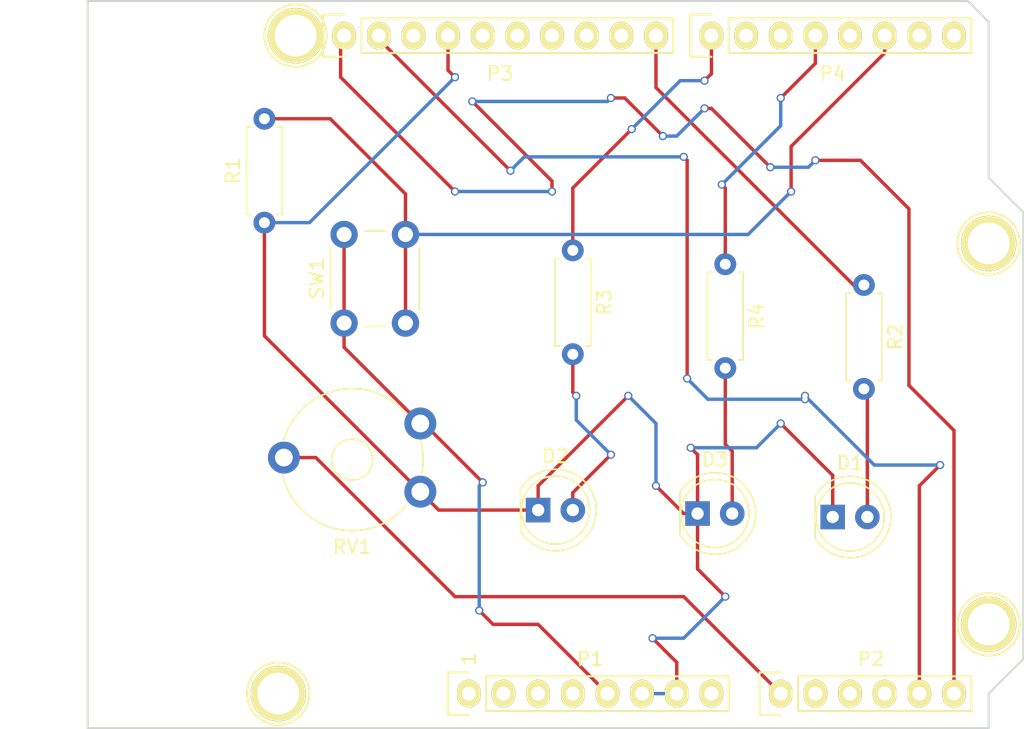
<source format=kicad_pcb>
(kicad_pcb (version 4) (host pcbnew 4.0.7)

  (general
    (links 22)
    (no_connects 0)
    (area 104.572999 71.542 182.071334 127.694)
    (thickness 1.6)
    (drawings 27)
    (tracks 140)
    (zones 0)
    (modules 17)
    (nets 36)
  )

  (page A4)
  (title_block
    (date "lun. 30 mars 2015")
  )

  (layers
    (0 F.Cu signal)
    (31 B.Cu signal)
    (32 B.Adhes user)
    (33 F.Adhes user)
    (34 B.Paste user)
    (35 F.Paste user)
    (36 B.SilkS user)
    (37 F.SilkS user)
    (38 B.Mask user)
    (39 F.Mask user)
    (40 Dwgs.User user)
    (41 Cmts.User user)
    (42 Eco1.User user)
    (43 Eco2.User user)
    (44 Edge.Cuts user)
    (45 Margin user)
    (46 B.CrtYd user)
    (47 F.CrtYd user)
    (48 B.Fab user)
    (49 F.Fab user)
  )

  (setup
    (last_trace_width 0.25)
    (trace_clearance 0.2)
    (zone_clearance 0.508)
    (zone_45_only no)
    (trace_min 0.2)
    (segment_width 0.15)
    (edge_width 0.15)
    (via_size 0.6)
    (via_drill 0.4)
    (via_min_size 0.4)
    (via_min_drill 0.3)
    (uvia_size 0.3)
    (uvia_drill 0.1)
    (uvias_allowed no)
    (uvia_min_size 0.2)
    (uvia_min_drill 0.1)
    (pcb_text_width 0.3)
    (pcb_text_size 1.5 1.5)
    (mod_edge_width 0.15)
    (mod_text_size 1 1)
    (mod_text_width 0.15)
    (pad_size 4.064 4.064)
    (pad_drill 3.048)
    (pad_to_mask_clearance 0)
    (aux_axis_origin 110.998 126.365)
    (grid_origin 110.998 126.365)
    (visible_elements 7FFFFFFF)
    (pcbplotparams
      (layerselection 0x00030_80000001)
      (usegerberextensions false)
      (excludeedgelayer true)
      (linewidth 0.100000)
      (plotframeref false)
      (viasonmask false)
      (mode 1)
      (useauxorigin false)
      (hpglpennumber 1)
      (hpglpenspeed 20)
      (hpglpendiameter 15)
      (hpglpenoverlay 2)
      (psnegative false)
      (psa4output false)
      (plotreference true)
      (plotvalue true)
      (plotinvisibletext false)
      (padsonsilk false)
      (subtractmaskfromsilk false)
      (outputformat 1)
      (mirror false)
      (drillshape 1)
      (scaleselection 1)
      (outputdirectory ""))
  )

  (net 0 "")
  (net 1 /IOREF)
  (net 2 /Reset)
  (net 3 +5V)
  (net 4 GND)
  (net 5 /Vin)
  (net 6 /A0)
  (net 7 /A1)
  (net 8 /A2)
  (net 9 /A3)
  (net 10 /AREF)
  (net 11 "/A4(SDA)")
  (net 12 "/A5(SCL)")
  (net 13 "/9(**)")
  (net 14 /8)
  (net 15 /7)
  (net 16 "/6(**)")
  (net 17 "/5(**)")
  (net 18 /4)
  (net 19 "/3(**)")
  (net 20 /2)
  (net 21 "/1(Tx)")
  (net 22 "/0(Rx)")
  (net 23 "Net-(P5-Pad1)")
  (net 24 "Net-(P6-Pad1)")
  (net 25 "Net-(P7-Pad1)")
  (net 26 "Net-(P8-Pad1)")
  (net 27 "/13(SCK)")
  (net 28 "/10(**/SS)")
  (net 29 "Net-(P1-Pad1)")
  (net 30 +3V3)
  (net 31 "/12(MISO)")
  (net 32 "/11(**/MOSI)")
  (net 33 "Net-(D1-Pad2)")
  (net 34 "Net-(D2-Pad2)")
  (net 35 "Net-(D3-Pad2)")

  (net_class Default "This is the default net class."
    (clearance 0.2)
    (trace_width 0.25)
    (via_dia 0.6)
    (via_drill 0.4)
    (uvia_dia 0.3)
    (uvia_drill 0.1)
    (add_net +3V3)
    (add_net +5V)
    (add_net "/0(Rx)")
    (add_net "/1(Tx)")
    (add_net "/10(**/SS)")
    (add_net "/11(**/MOSI)")
    (add_net "/12(MISO)")
    (add_net "/13(SCK)")
    (add_net /2)
    (add_net "/3(**)")
    (add_net /4)
    (add_net "/5(**)")
    (add_net "/6(**)")
    (add_net /7)
    (add_net /8)
    (add_net "/9(**)")
    (add_net /A0)
    (add_net /A1)
    (add_net /A2)
    (add_net /A3)
    (add_net "/A4(SDA)")
    (add_net "/A5(SCL)")
    (add_net /AREF)
    (add_net /IOREF)
    (add_net /Reset)
    (add_net /Vin)
    (add_net GND)
    (add_net "Net-(D1-Pad2)")
    (add_net "Net-(D2-Pad2)")
    (add_net "Net-(D3-Pad2)")
    (add_net "Net-(P1-Pad1)")
    (add_net "Net-(P5-Pad1)")
    (add_net "Net-(P6-Pad1)")
    (add_net "Net-(P7-Pad1)")
    (add_net "Net-(P8-Pad1)")
  )

  (module Socket_Arduino_Uno:Socket_Strip_Arduino_1x08 locked (layer F.Cu) (tedit 552168D2) (tstamp 551AF9EA)
    (at 138.938 123.825)
    (descr "Through hole socket strip")
    (tags "socket strip")
    (path /56D70129)
    (fp_text reference P1 (at 8.89 -2.54) (layer F.SilkS)
      (effects (font (size 1 1) (thickness 0.15)))
    )
    (fp_text value Power (at 8.89 -4.064) (layer F.Fab)
      (effects (font (size 1 1) (thickness 0.15)))
    )
    (fp_line (start -1.75 -1.75) (end -1.75 1.75) (layer F.CrtYd) (width 0.05))
    (fp_line (start 19.55 -1.75) (end 19.55 1.75) (layer F.CrtYd) (width 0.05))
    (fp_line (start -1.75 -1.75) (end 19.55 -1.75) (layer F.CrtYd) (width 0.05))
    (fp_line (start -1.75 1.75) (end 19.55 1.75) (layer F.CrtYd) (width 0.05))
    (fp_line (start 1.27 1.27) (end 19.05 1.27) (layer F.SilkS) (width 0.15))
    (fp_line (start 19.05 1.27) (end 19.05 -1.27) (layer F.SilkS) (width 0.15))
    (fp_line (start 19.05 -1.27) (end 1.27 -1.27) (layer F.SilkS) (width 0.15))
    (fp_line (start -1.55 1.55) (end 0 1.55) (layer F.SilkS) (width 0.15))
    (fp_line (start 1.27 1.27) (end 1.27 -1.27) (layer F.SilkS) (width 0.15))
    (fp_line (start 0 -1.55) (end -1.55 -1.55) (layer F.SilkS) (width 0.15))
    (fp_line (start -1.55 -1.55) (end -1.55 1.55) (layer F.SilkS) (width 0.15))
    (pad 1 thru_hole oval (at 0 0) (size 1.7272 2.032) (drill 1.016) (layers *.Cu *.Mask F.SilkS)
      (net 29 "Net-(P1-Pad1)"))
    (pad 2 thru_hole oval (at 2.54 0) (size 1.7272 2.032) (drill 1.016) (layers *.Cu *.Mask F.SilkS)
      (net 1 /IOREF))
    (pad 3 thru_hole oval (at 5.08 0) (size 1.7272 2.032) (drill 1.016) (layers *.Cu *.Mask F.SilkS)
      (net 2 /Reset))
    (pad 4 thru_hole oval (at 7.62 0) (size 1.7272 2.032) (drill 1.016) (layers *.Cu *.Mask F.SilkS)
      (net 30 +3V3))
    (pad 5 thru_hole oval (at 10.16 0) (size 1.7272 2.032) (drill 1.016) (layers *.Cu *.Mask F.SilkS)
      (net 3 +5V))
    (pad 6 thru_hole oval (at 12.7 0) (size 1.7272 2.032) (drill 1.016) (layers *.Cu *.Mask F.SilkS)
      (net 4 GND))
    (pad 7 thru_hole oval (at 15.24 0) (size 1.7272 2.032) (drill 1.016) (layers *.Cu *.Mask F.SilkS)
      (net 4 GND))
    (pad 8 thru_hole oval (at 17.78 0) (size 1.7272 2.032) (drill 1.016) (layers *.Cu *.Mask F.SilkS)
      (net 5 /Vin))
    (model ${KIPRJMOD}/Socket_Arduino_Uno.3dshapes/Socket_header_Arduino_1x08.wrl
      (at (xyz 0.35 0 0))
      (scale (xyz 1 1 1))
      (rotate (xyz 0 0 180))
    )
  )

  (module Socket_Arduino_Uno:Socket_Strip_Arduino_1x06 locked (layer F.Cu) (tedit 552168D6) (tstamp 551AF9FF)
    (at 161.798 123.825)
    (descr "Through hole socket strip")
    (tags "socket strip")
    (path /56D70DD8)
    (fp_text reference P2 (at 6.604 -2.54) (layer F.SilkS)
      (effects (font (size 1 1) (thickness 0.15)))
    )
    (fp_text value Analog (at 6.604 -4.064) (layer F.Fab)
      (effects (font (size 1 1) (thickness 0.15)))
    )
    (fp_line (start -1.75 -1.75) (end -1.75 1.75) (layer F.CrtYd) (width 0.05))
    (fp_line (start 14.45 -1.75) (end 14.45 1.75) (layer F.CrtYd) (width 0.05))
    (fp_line (start -1.75 -1.75) (end 14.45 -1.75) (layer F.CrtYd) (width 0.05))
    (fp_line (start -1.75 1.75) (end 14.45 1.75) (layer F.CrtYd) (width 0.05))
    (fp_line (start 1.27 1.27) (end 13.97 1.27) (layer F.SilkS) (width 0.15))
    (fp_line (start 13.97 1.27) (end 13.97 -1.27) (layer F.SilkS) (width 0.15))
    (fp_line (start 13.97 -1.27) (end 1.27 -1.27) (layer F.SilkS) (width 0.15))
    (fp_line (start -1.55 1.55) (end 0 1.55) (layer F.SilkS) (width 0.15))
    (fp_line (start 1.27 1.27) (end 1.27 -1.27) (layer F.SilkS) (width 0.15))
    (fp_line (start 0 -1.55) (end -1.55 -1.55) (layer F.SilkS) (width 0.15))
    (fp_line (start -1.55 -1.55) (end -1.55 1.55) (layer F.SilkS) (width 0.15))
    (pad 1 thru_hole oval (at 0 0) (size 1.7272 2.032) (drill 1.016) (layers *.Cu *.Mask F.SilkS)
      (net 6 /A0))
    (pad 2 thru_hole oval (at 2.54 0) (size 1.7272 2.032) (drill 1.016) (layers *.Cu *.Mask F.SilkS)
      (net 7 /A1))
    (pad 3 thru_hole oval (at 5.08 0) (size 1.7272 2.032) (drill 1.016) (layers *.Cu *.Mask F.SilkS)
      (net 8 /A2))
    (pad 4 thru_hole oval (at 7.62 0) (size 1.7272 2.032) (drill 1.016) (layers *.Cu *.Mask F.SilkS)
      (net 9 /A3))
    (pad 5 thru_hole oval (at 10.16 0) (size 1.7272 2.032) (drill 1.016) (layers *.Cu *.Mask F.SilkS)
      (net 11 "/A4(SDA)"))
    (pad 6 thru_hole oval (at 12.7 0) (size 1.7272 2.032) (drill 1.016) (layers *.Cu *.Mask F.SilkS)
      (net 12 "/A5(SCL)"))
    (model ${KIPRJMOD}/Socket_Arduino_Uno.3dshapes/Socket_header_Arduino_1x06.wrl
      (at (xyz 0.25 0 0))
      (scale (xyz 1 1 1))
      (rotate (xyz 0 0 180))
    )
  )

  (module Socket_Arduino_Uno:Socket_Strip_Arduino_1x10 locked (layer F.Cu) (tedit 552168BF) (tstamp 551AFA18)
    (at 129.794 75.565)
    (descr "Through hole socket strip")
    (tags "socket strip")
    (path /56D721E0)
    (fp_text reference P3 (at 11.43 2.794) (layer F.SilkS)
      (effects (font (size 1 1) (thickness 0.15)))
    )
    (fp_text value Digital (at 11.43 4.318) (layer F.Fab)
      (effects (font (size 1 1) (thickness 0.15)))
    )
    (fp_line (start -1.75 -1.75) (end -1.75 1.75) (layer F.CrtYd) (width 0.05))
    (fp_line (start 24.65 -1.75) (end 24.65 1.75) (layer F.CrtYd) (width 0.05))
    (fp_line (start -1.75 -1.75) (end 24.65 -1.75) (layer F.CrtYd) (width 0.05))
    (fp_line (start -1.75 1.75) (end 24.65 1.75) (layer F.CrtYd) (width 0.05))
    (fp_line (start 1.27 1.27) (end 24.13 1.27) (layer F.SilkS) (width 0.15))
    (fp_line (start 24.13 1.27) (end 24.13 -1.27) (layer F.SilkS) (width 0.15))
    (fp_line (start 24.13 -1.27) (end 1.27 -1.27) (layer F.SilkS) (width 0.15))
    (fp_line (start -1.55 1.55) (end 0 1.55) (layer F.SilkS) (width 0.15))
    (fp_line (start 1.27 1.27) (end 1.27 -1.27) (layer F.SilkS) (width 0.15))
    (fp_line (start 0 -1.55) (end -1.55 -1.55) (layer F.SilkS) (width 0.15))
    (fp_line (start -1.55 -1.55) (end -1.55 1.55) (layer F.SilkS) (width 0.15))
    (pad 1 thru_hole oval (at 0 0) (size 1.7272 2.032) (drill 1.016) (layers *.Cu *.Mask F.SilkS)
      (net 12 "/A5(SCL)"))
    (pad 2 thru_hole oval (at 2.54 0) (size 1.7272 2.032) (drill 1.016) (layers *.Cu *.Mask F.SilkS)
      (net 11 "/A4(SDA)"))
    (pad 3 thru_hole oval (at 5.08 0) (size 1.7272 2.032) (drill 1.016) (layers *.Cu *.Mask F.SilkS)
      (net 10 /AREF))
    (pad 4 thru_hole oval (at 7.62 0) (size 1.7272 2.032) (drill 1.016) (layers *.Cu *.Mask F.SilkS)
      (net 4 GND))
    (pad 5 thru_hole oval (at 10.16 0) (size 1.7272 2.032) (drill 1.016) (layers *.Cu *.Mask F.SilkS)
      (net 27 "/13(SCK)"))
    (pad 6 thru_hole oval (at 12.7 0) (size 1.7272 2.032) (drill 1.016) (layers *.Cu *.Mask F.SilkS)
      (net 31 "/12(MISO)"))
    (pad 7 thru_hole oval (at 15.24 0) (size 1.7272 2.032) (drill 1.016) (layers *.Cu *.Mask F.SilkS)
      (net 32 "/11(**/MOSI)"))
    (pad 8 thru_hole oval (at 17.78 0) (size 1.7272 2.032) (drill 1.016) (layers *.Cu *.Mask F.SilkS)
      (net 28 "/10(**/SS)"))
    (pad 9 thru_hole oval (at 20.32 0) (size 1.7272 2.032) (drill 1.016) (layers *.Cu *.Mask F.SilkS)
      (net 13 "/9(**)"))
    (pad 10 thru_hole oval (at 22.86 0) (size 1.7272 2.032) (drill 1.016) (layers *.Cu *.Mask F.SilkS)
      (net 14 /8))
    (model ${KIPRJMOD}/Socket_Arduino_Uno.3dshapes/Socket_header_Arduino_1x10.wrl
      (at (xyz 0.45 0 0))
      (scale (xyz 1 1 1))
      (rotate (xyz 0 0 180))
    )
  )

  (module Socket_Arduino_Uno:Socket_Strip_Arduino_1x08 locked (layer F.Cu) (tedit 552168C7) (tstamp 551AFA2F)
    (at 156.718 75.565)
    (descr "Through hole socket strip")
    (tags "socket strip")
    (path /56D7164F)
    (fp_text reference P4 (at 8.89 2.794) (layer F.SilkS)
      (effects (font (size 1 1) (thickness 0.15)))
    )
    (fp_text value Digital (at 8.89 4.318) (layer F.Fab)
      (effects (font (size 1 1) (thickness 0.15)))
    )
    (fp_line (start -1.75 -1.75) (end -1.75 1.75) (layer F.CrtYd) (width 0.05))
    (fp_line (start 19.55 -1.75) (end 19.55 1.75) (layer F.CrtYd) (width 0.05))
    (fp_line (start -1.75 -1.75) (end 19.55 -1.75) (layer F.CrtYd) (width 0.05))
    (fp_line (start -1.75 1.75) (end 19.55 1.75) (layer F.CrtYd) (width 0.05))
    (fp_line (start 1.27 1.27) (end 19.05 1.27) (layer F.SilkS) (width 0.15))
    (fp_line (start 19.05 1.27) (end 19.05 -1.27) (layer F.SilkS) (width 0.15))
    (fp_line (start 19.05 -1.27) (end 1.27 -1.27) (layer F.SilkS) (width 0.15))
    (fp_line (start -1.55 1.55) (end 0 1.55) (layer F.SilkS) (width 0.15))
    (fp_line (start 1.27 1.27) (end 1.27 -1.27) (layer F.SilkS) (width 0.15))
    (fp_line (start 0 -1.55) (end -1.55 -1.55) (layer F.SilkS) (width 0.15))
    (fp_line (start -1.55 -1.55) (end -1.55 1.55) (layer F.SilkS) (width 0.15))
    (pad 1 thru_hole oval (at 0 0) (size 1.7272 2.032) (drill 1.016) (layers *.Cu *.Mask F.SilkS)
      (net 15 /7))
    (pad 2 thru_hole oval (at 2.54 0) (size 1.7272 2.032) (drill 1.016) (layers *.Cu *.Mask F.SilkS)
      (net 16 "/6(**)"))
    (pad 3 thru_hole oval (at 5.08 0) (size 1.7272 2.032) (drill 1.016) (layers *.Cu *.Mask F.SilkS)
      (net 17 "/5(**)"))
    (pad 4 thru_hole oval (at 7.62 0) (size 1.7272 2.032) (drill 1.016) (layers *.Cu *.Mask F.SilkS)
      (net 18 /4))
    (pad 5 thru_hole oval (at 10.16 0) (size 1.7272 2.032) (drill 1.016) (layers *.Cu *.Mask F.SilkS)
      (net 19 "/3(**)"))
    (pad 6 thru_hole oval (at 12.7 0) (size 1.7272 2.032) (drill 1.016) (layers *.Cu *.Mask F.SilkS)
      (net 20 /2))
    (pad 7 thru_hole oval (at 15.24 0) (size 1.7272 2.032) (drill 1.016) (layers *.Cu *.Mask F.SilkS)
      (net 21 "/1(Tx)"))
    (pad 8 thru_hole oval (at 17.78 0) (size 1.7272 2.032) (drill 1.016) (layers *.Cu *.Mask F.SilkS)
      (net 22 "/0(Rx)"))
    (model ${KIPRJMOD}/Socket_Arduino_Uno.3dshapes/Socket_header_Arduino_1x08.wrl
      (at (xyz 0.35 0 0))
      (scale (xyz 1 1 1))
      (rotate (xyz 0 0 180))
    )
  )

  (module Socket_Arduino_Uno:Arduino_1pin locked (layer F.Cu) (tedit 5524FC39) (tstamp 5524FC3F)
    (at 124.968 123.825)
    (descr "module 1 pin (ou trou mecanique de percage)")
    (tags DEV)
    (path /56D71177)
    (fp_text reference P5 (at 0 -3.048) (layer F.SilkS) hide
      (effects (font (size 1 1) (thickness 0.15)))
    )
    (fp_text value CONN_01X01 (at 0 2.794) (layer F.Fab) hide
      (effects (font (size 1 1) (thickness 0.15)))
    )
    (fp_circle (center 0 0) (end 0 -2.286) (layer F.SilkS) (width 0.15))
    (pad 1 thru_hole circle (at 0 0) (size 4.064 4.064) (drill 3.048) (layers *.Cu *.Mask F.SilkS)
      (net 23 "Net-(P5-Pad1)"))
  )

  (module Socket_Arduino_Uno:Arduino_1pin locked (layer F.Cu) (tedit 5524FC4A) (tstamp 5524FC44)
    (at 177.038 118.745)
    (descr "module 1 pin (ou trou mecanique de percage)")
    (tags DEV)
    (path /56D71274)
    (fp_text reference P6 (at 0 -3.048) (layer F.SilkS) hide
      (effects (font (size 1 1) (thickness 0.15)))
    )
    (fp_text value CONN_01X01 (at 0 2.794) (layer F.Fab) hide
      (effects (font (size 1 1) (thickness 0.15)))
    )
    (fp_circle (center 0 0) (end 0 -2.286) (layer F.SilkS) (width 0.15))
    (pad 1 thru_hole circle (at 0 0) (size 4.064 4.064) (drill 3.048) (layers *.Cu *.Mask F.SilkS)
      (net 24 "Net-(P6-Pad1)"))
  )

  (module Socket_Arduino_Uno:Arduino_1pin locked (layer F.Cu) (tedit 5524FC2F) (tstamp 5524FC49)
    (at 126.238 75.565)
    (descr "module 1 pin (ou trou mecanique de percage)")
    (tags DEV)
    (path /56D712A8)
    (fp_text reference P7 (at 0 -3.048) (layer F.SilkS) hide
      (effects (font (size 1 1) (thickness 0.15)))
    )
    (fp_text value CONN_01X01 (at 0 2.794) (layer F.Fab) hide
      (effects (font (size 1 1) (thickness 0.15)))
    )
    (fp_circle (center 0 0) (end 0 -2.286) (layer F.SilkS) (width 0.15))
    (pad 1 thru_hole circle (at 0 0) (size 4.064 4.064) (drill 3.048) (layers *.Cu *.Mask F.SilkS)
      (net 25 "Net-(P7-Pad1)"))
  )

  (module Socket_Arduino_Uno:Arduino_1pin locked (layer F.Cu) (tedit 5524FC41) (tstamp 5524FC4E)
    (at 177.038 90.805)
    (descr "module 1 pin (ou trou mecanique de percage)")
    (tags DEV)
    (path /56D712DB)
    (fp_text reference P8 (at 0 -3.048) (layer F.SilkS) hide
      (effects (font (size 1 1) (thickness 0.15)))
    )
    (fp_text value CONN_01X01 (at 0 2.794) (layer F.Fab) hide
      (effects (font (size 1 1) (thickness 0.15)))
    )
    (fp_circle (center 0 0) (end 0 -2.286) (layer F.SilkS) (width 0.15))
    (pad 1 thru_hole circle (at 0 0) (size 4.064 4.064) (drill 3.048) (layers *.Cu *.Mask F.SilkS)
      (net 26 "Net-(P8-Pad1)"))
  )

  (module LEDs:LED_D5.0mm (layer F.Cu) (tedit 5995936A) (tstamp 5A2BD245)
    (at 165.608 110.871)
    (descr "LED, diameter 5.0mm, 2 pins, http://cdn-reichelt.de/documents/datenblatt/A500/LL-504BC2E-009.pdf")
    (tags "LED diameter 5.0mm 2 pins")
    (path /5A2BCEF3)
    (fp_text reference D1 (at 1.27 -3.96) (layer F.SilkS)
      (effects (font (size 1 1) (thickness 0.15)))
    )
    (fp_text value LED_A (at 1.27 3.96) (layer F.Fab)
      (effects (font (size 1 1) (thickness 0.15)))
    )
    (fp_arc (start 1.27 0) (end -1.23 -1.469694) (angle 299.1) (layer F.Fab) (width 0.1))
    (fp_arc (start 1.27 0) (end -1.29 -1.54483) (angle 148.9) (layer F.SilkS) (width 0.12))
    (fp_arc (start 1.27 0) (end -1.29 1.54483) (angle -148.9) (layer F.SilkS) (width 0.12))
    (fp_circle (center 1.27 0) (end 3.77 0) (layer F.Fab) (width 0.1))
    (fp_circle (center 1.27 0) (end 3.77 0) (layer F.SilkS) (width 0.12))
    (fp_line (start -1.23 -1.469694) (end -1.23 1.469694) (layer F.Fab) (width 0.1))
    (fp_line (start -1.29 -1.545) (end -1.29 1.545) (layer F.SilkS) (width 0.12))
    (fp_line (start -1.95 -3.25) (end -1.95 3.25) (layer F.CrtYd) (width 0.05))
    (fp_line (start -1.95 3.25) (end 4.5 3.25) (layer F.CrtYd) (width 0.05))
    (fp_line (start 4.5 3.25) (end 4.5 -3.25) (layer F.CrtYd) (width 0.05))
    (fp_line (start 4.5 -3.25) (end -1.95 -3.25) (layer F.CrtYd) (width 0.05))
    (fp_text user %R (at 1.25 0) (layer F.Fab)
      (effects (font (size 0.8 0.8) (thickness 0.2)))
    )
    (pad 1 thru_hole rect (at 0 0) (size 1.8 1.8) (drill 0.9) (layers *.Cu *.Mask)
      (net 4 GND))
    (pad 2 thru_hole circle (at 2.54 0) (size 1.8 1.8) (drill 0.9) (layers *.Cu *.Mask)
      (net 33 "Net-(D1-Pad2)"))
    (model ${KISYS3DMOD}/LEDs.3dshapes/LED_D5.0mm.wrl
      (at (xyz 0 0 0))
      (scale (xyz 0.393701 0.393701 0.393701))
      (rotate (xyz 0 0 0))
    )
  )

  (module LEDs:LED_D5.0mm (layer F.Cu) (tedit 5995936A) (tstamp 5A2BD24B)
    (at 144.018 110.363)
    (descr "LED, diameter 5.0mm, 2 pins, http://cdn-reichelt.de/documents/datenblatt/A500/LL-504BC2E-009.pdf")
    (tags "LED diameter 5.0mm 2 pins")
    (path /5A2BCF1C)
    (fp_text reference D2 (at 1.27 -3.96) (layer F.SilkS)
      (effects (font (size 1 1) (thickness 0.15)))
    )
    (fp_text value LED_R (at 1.27 3.96) (layer F.Fab)
      (effects (font (size 1 1) (thickness 0.15)))
    )
    (fp_arc (start 1.27 0) (end -1.23 -1.469694) (angle 299.1) (layer F.Fab) (width 0.1))
    (fp_arc (start 1.27 0) (end -1.29 -1.54483) (angle 148.9) (layer F.SilkS) (width 0.12))
    (fp_arc (start 1.27 0) (end -1.29 1.54483) (angle -148.9) (layer F.SilkS) (width 0.12))
    (fp_circle (center 1.27 0) (end 3.77 0) (layer F.Fab) (width 0.1))
    (fp_circle (center 1.27 0) (end 3.77 0) (layer F.SilkS) (width 0.12))
    (fp_line (start -1.23 -1.469694) (end -1.23 1.469694) (layer F.Fab) (width 0.1))
    (fp_line (start -1.29 -1.545) (end -1.29 1.545) (layer F.SilkS) (width 0.12))
    (fp_line (start -1.95 -3.25) (end -1.95 3.25) (layer F.CrtYd) (width 0.05))
    (fp_line (start -1.95 3.25) (end 4.5 3.25) (layer F.CrtYd) (width 0.05))
    (fp_line (start 4.5 3.25) (end 4.5 -3.25) (layer F.CrtYd) (width 0.05))
    (fp_line (start 4.5 -3.25) (end -1.95 -3.25) (layer F.CrtYd) (width 0.05))
    (fp_text user %R (at 1.25 0) (layer F.Fab)
      (effects (font (size 0.8 0.8) (thickness 0.2)))
    )
    (pad 1 thru_hole rect (at 0 0) (size 1.8 1.8) (drill 0.9) (layers *.Cu *.Mask)
      (net 4 GND))
    (pad 2 thru_hole circle (at 2.54 0) (size 1.8 1.8) (drill 0.9) (layers *.Cu *.Mask)
      (net 34 "Net-(D2-Pad2)"))
    (model ${KISYS3DMOD}/LEDs.3dshapes/LED_D5.0mm.wrl
      (at (xyz 0 0 0))
      (scale (xyz 0.393701 0.393701 0.393701))
      (rotate (xyz 0 0 0))
    )
  )

  (module LEDs:LED_D5.0mm (layer F.Cu) (tedit 5995936A) (tstamp 5A2BD251)
    (at 155.702 110.617)
    (descr "LED, diameter 5.0mm, 2 pins, http://cdn-reichelt.de/documents/datenblatt/A500/LL-504BC2E-009.pdf")
    (tags "LED diameter 5.0mm 2 pins")
    (path /5A2BCF9F)
    (fp_text reference D3 (at 1.27 -3.96) (layer F.SilkS)
      (effects (font (size 1 1) (thickness 0.15)))
    )
    (fp_text value LED_V (at 1.27 3.96) (layer F.Fab)
      (effects (font (size 1 1) (thickness 0.15)))
    )
    (fp_arc (start 1.27 0) (end -1.23 -1.469694) (angle 299.1) (layer F.Fab) (width 0.1))
    (fp_arc (start 1.27 0) (end -1.29 -1.54483) (angle 148.9) (layer F.SilkS) (width 0.12))
    (fp_arc (start 1.27 0) (end -1.29 1.54483) (angle -148.9) (layer F.SilkS) (width 0.12))
    (fp_circle (center 1.27 0) (end 3.77 0) (layer F.Fab) (width 0.1))
    (fp_circle (center 1.27 0) (end 3.77 0) (layer F.SilkS) (width 0.12))
    (fp_line (start -1.23 -1.469694) (end -1.23 1.469694) (layer F.Fab) (width 0.1))
    (fp_line (start -1.29 -1.545) (end -1.29 1.545) (layer F.SilkS) (width 0.12))
    (fp_line (start -1.95 -3.25) (end -1.95 3.25) (layer F.CrtYd) (width 0.05))
    (fp_line (start -1.95 3.25) (end 4.5 3.25) (layer F.CrtYd) (width 0.05))
    (fp_line (start 4.5 3.25) (end 4.5 -3.25) (layer F.CrtYd) (width 0.05))
    (fp_line (start 4.5 -3.25) (end -1.95 -3.25) (layer F.CrtYd) (width 0.05))
    (fp_text user %R (at 1.25 0) (layer F.Fab)
      (effects (font (size 0.8 0.8) (thickness 0.2)))
    )
    (pad 1 thru_hole rect (at 0 0) (size 1.8 1.8) (drill 0.9) (layers *.Cu *.Mask)
      (net 4 GND))
    (pad 2 thru_hole circle (at 2.54 0) (size 1.8 1.8) (drill 0.9) (layers *.Cu *.Mask)
      (net 35 "Net-(D3-Pad2)"))
    (model ${KISYS3DMOD}/LEDs.3dshapes/LED_D5.0mm.wrl
      (at (xyz 0 0 0))
      (scale (xyz 0.393701 0.393701 0.393701))
      (rotate (xyz 0 0 0))
    )
  )

  (module Resistors_THT:R_Axial_DIN0207_L6.3mm_D2.5mm_P7.62mm_Horizontal (layer F.Cu) (tedit 5874F706) (tstamp 5A2BD257)
    (at 123.952 89.281 90)
    (descr "Resistor, Axial_DIN0207 series, Axial, Horizontal, pin pitch=7.62mm, 0.25W = 1/4W, length*diameter=6.3*2.5mm^2, http://cdn-reichelt.de/documents/datenblatt/B400/1_4W%23YAG.pdf")
    (tags "Resistor Axial_DIN0207 series Axial Horizontal pin pitch 7.62mm 0.25W = 1/4W length 6.3mm diameter 2.5mm")
    (path /5A2BE502)
    (fp_text reference R1 (at 3.81 -2.31 90) (layer F.SilkS)
      (effects (font (size 1 1) (thickness 0.15)))
    )
    (fp_text value 10K (at 3.81 2.31 90) (layer F.Fab)
      (effects (font (size 1 1) (thickness 0.15)))
    )
    (fp_line (start 0.66 -1.25) (end 0.66 1.25) (layer F.Fab) (width 0.1))
    (fp_line (start 0.66 1.25) (end 6.96 1.25) (layer F.Fab) (width 0.1))
    (fp_line (start 6.96 1.25) (end 6.96 -1.25) (layer F.Fab) (width 0.1))
    (fp_line (start 6.96 -1.25) (end 0.66 -1.25) (layer F.Fab) (width 0.1))
    (fp_line (start 0 0) (end 0.66 0) (layer F.Fab) (width 0.1))
    (fp_line (start 7.62 0) (end 6.96 0) (layer F.Fab) (width 0.1))
    (fp_line (start 0.6 -0.98) (end 0.6 -1.31) (layer F.SilkS) (width 0.12))
    (fp_line (start 0.6 -1.31) (end 7.02 -1.31) (layer F.SilkS) (width 0.12))
    (fp_line (start 7.02 -1.31) (end 7.02 -0.98) (layer F.SilkS) (width 0.12))
    (fp_line (start 0.6 0.98) (end 0.6 1.31) (layer F.SilkS) (width 0.12))
    (fp_line (start 0.6 1.31) (end 7.02 1.31) (layer F.SilkS) (width 0.12))
    (fp_line (start 7.02 1.31) (end 7.02 0.98) (layer F.SilkS) (width 0.12))
    (fp_line (start -1.05 -1.6) (end -1.05 1.6) (layer F.CrtYd) (width 0.05))
    (fp_line (start -1.05 1.6) (end 8.7 1.6) (layer F.CrtYd) (width 0.05))
    (fp_line (start 8.7 1.6) (end 8.7 -1.6) (layer F.CrtYd) (width 0.05))
    (fp_line (start 8.7 -1.6) (end -1.05 -1.6) (layer F.CrtYd) (width 0.05))
    (pad 1 thru_hole circle (at 0 0 90) (size 1.6 1.6) (drill 0.8) (layers *.Cu *.Mask)
      (net 4 GND))
    (pad 2 thru_hole oval (at 7.62 0 90) (size 1.6 1.6) (drill 0.8) (layers *.Cu *.Mask)
      (net 20 /2))
    (model ${KISYS3DMOD}/Resistors_THT.3dshapes/R_Axial_DIN0207_L6.3mm_D2.5mm_P7.62mm_Horizontal.wrl
      (at (xyz 0 0 0))
      (scale (xyz 0.393701 0.393701 0.393701))
      (rotate (xyz 0 0 0))
    )
  )

  (module Resistors_THT:R_Axial_DIN0207_L6.3mm_D2.5mm_P7.62mm_Horizontal (layer F.Cu) (tedit 5874F706) (tstamp 5A2BD25D)
    (at 167.894 93.853 270)
    (descr "Resistor, Axial_DIN0207 series, Axial, Horizontal, pin pitch=7.62mm, 0.25W = 1/4W, length*diameter=6.3*2.5mm^2, http://cdn-reichelt.de/documents/datenblatt/B400/1_4W%23YAG.pdf")
    (tags "Resistor Axial_DIN0207 series Axial Horizontal pin pitch 7.62mm 0.25W = 1/4W length 6.3mm diameter 2.5mm")
    (path /5A2BCFD6)
    (fp_text reference R2 (at 3.81 -2.31 270) (layer F.SilkS)
      (effects (font (size 1 1) (thickness 0.15)))
    )
    (fp_text value 330R (at 3.81 2.31 270) (layer F.Fab)
      (effects (font (size 1 1) (thickness 0.15)))
    )
    (fp_line (start 0.66 -1.25) (end 0.66 1.25) (layer F.Fab) (width 0.1))
    (fp_line (start 0.66 1.25) (end 6.96 1.25) (layer F.Fab) (width 0.1))
    (fp_line (start 6.96 1.25) (end 6.96 -1.25) (layer F.Fab) (width 0.1))
    (fp_line (start 6.96 -1.25) (end 0.66 -1.25) (layer F.Fab) (width 0.1))
    (fp_line (start 0 0) (end 0.66 0) (layer F.Fab) (width 0.1))
    (fp_line (start 7.62 0) (end 6.96 0) (layer F.Fab) (width 0.1))
    (fp_line (start 0.6 -0.98) (end 0.6 -1.31) (layer F.SilkS) (width 0.12))
    (fp_line (start 0.6 -1.31) (end 7.02 -1.31) (layer F.SilkS) (width 0.12))
    (fp_line (start 7.02 -1.31) (end 7.02 -0.98) (layer F.SilkS) (width 0.12))
    (fp_line (start 0.6 0.98) (end 0.6 1.31) (layer F.SilkS) (width 0.12))
    (fp_line (start 0.6 1.31) (end 7.02 1.31) (layer F.SilkS) (width 0.12))
    (fp_line (start 7.02 1.31) (end 7.02 0.98) (layer F.SilkS) (width 0.12))
    (fp_line (start -1.05 -1.6) (end -1.05 1.6) (layer F.CrtYd) (width 0.05))
    (fp_line (start -1.05 1.6) (end 8.7 1.6) (layer F.CrtYd) (width 0.05))
    (fp_line (start 8.7 1.6) (end 8.7 -1.6) (layer F.CrtYd) (width 0.05))
    (fp_line (start 8.7 -1.6) (end -1.05 -1.6) (layer F.CrtYd) (width 0.05))
    (pad 1 thru_hole circle (at 0 0 270) (size 1.6 1.6) (drill 0.8) (layers *.Cu *.Mask)
      (net 14 /8))
    (pad 2 thru_hole oval (at 7.62 0 270) (size 1.6 1.6) (drill 0.8) (layers *.Cu *.Mask)
      (net 33 "Net-(D1-Pad2)"))
    (model ${KISYS3DMOD}/Resistors_THT.3dshapes/R_Axial_DIN0207_L6.3mm_D2.5mm_P7.62mm_Horizontal.wrl
      (at (xyz 0 0 0))
      (scale (xyz 0.393701 0.393701 0.393701))
      (rotate (xyz 0 0 0))
    )
  )

  (module Resistors_THT:R_Axial_DIN0207_L6.3mm_D2.5mm_P7.62mm_Horizontal (layer F.Cu) (tedit 5874F706) (tstamp 5A2BD263)
    (at 146.558 91.313 270)
    (descr "Resistor, Axial_DIN0207 series, Axial, Horizontal, pin pitch=7.62mm, 0.25W = 1/4W, length*diameter=6.3*2.5mm^2, http://cdn-reichelt.de/documents/datenblatt/B400/1_4W%23YAG.pdf")
    (tags "Resistor Axial_DIN0207 series Axial Horizontal pin pitch 7.62mm 0.25W = 1/4W length 6.3mm diameter 2.5mm")
    (path /5A2BD035)
    (fp_text reference R3 (at 3.81 -2.31 270) (layer F.SilkS)
      (effects (font (size 1 1) (thickness 0.15)))
    )
    (fp_text value 330R (at 3.81 2.31 270) (layer F.Fab)
      (effects (font (size 1 1) (thickness 0.15)))
    )
    (fp_line (start 0.66 -1.25) (end 0.66 1.25) (layer F.Fab) (width 0.1))
    (fp_line (start 0.66 1.25) (end 6.96 1.25) (layer F.Fab) (width 0.1))
    (fp_line (start 6.96 1.25) (end 6.96 -1.25) (layer F.Fab) (width 0.1))
    (fp_line (start 6.96 -1.25) (end 0.66 -1.25) (layer F.Fab) (width 0.1))
    (fp_line (start 0 0) (end 0.66 0) (layer F.Fab) (width 0.1))
    (fp_line (start 7.62 0) (end 6.96 0) (layer F.Fab) (width 0.1))
    (fp_line (start 0.6 -0.98) (end 0.6 -1.31) (layer F.SilkS) (width 0.12))
    (fp_line (start 0.6 -1.31) (end 7.02 -1.31) (layer F.SilkS) (width 0.12))
    (fp_line (start 7.02 -1.31) (end 7.02 -0.98) (layer F.SilkS) (width 0.12))
    (fp_line (start 0.6 0.98) (end 0.6 1.31) (layer F.SilkS) (width 0.12))
    (fp_line (start 0.6 1.31) (end 7.02 1.31) (layer F.SilkS) (width 0.12))
    (fp_line (start 7.02 1.31) (end 7.02 0.98) (layer F.SilkS) (width 0.12))
    (fp_line (start -1.05 -1.6) (end -1.05 1.6) (layer F.CrtYd) (width 0.05))
    (fp_line (start -1.05 1.6) (end 8.7 1.6) (layer F.CrtYd) (width 0.05))
    (fp_line (start 8.7 1.6) (end 8.7 -1.6) (layer F.CrtYd) (width 0.05))
    (fp_line (start 8.7 -1.6) (end -1.05 -1.6) (layer F.CrtYd) (width 0.05))
    (pad 1 thru_hole circle (at 0 0 270) (size 1.6 1.6) (drill 0.8) (layers *.Cu *.Mask)
      (net 15 /7))
    (pad 2 thru_hole oval (at 7.62 0 270) (size 1.6 1.6) (drill 0.8) (layers *.Cu *.Mask)
      (net 34 "Net-(D2-Pad2)"))
    (model ${KISYS3DMOD}/Resistors_THT.3dshapes/R_Axial_DIN0207_L6.3mm_D2.5mm_P7.62mm_Horizontal.wrl
      (at (xyz 0 0 0))
      (scale (xyz 0.393701 0.393701 0.393701))
      (rotate (xyz 0 0 0))
    )
  )

  (module Resistors_THT:R_Axial_DIN0207_L6.3mm_D2.5mm_P7.62mm_Horizontal (layer F.Cu) (tedit 5874F706) (tstamp 5A2BD269)
    (at 157.734 92.329 270)
    (descr "Resistor, Axial_DIN0207 series, Axial, Horizontal, pin pitch=7.62mm, 0.25W = 1/4W, length*diameter=6.3*2.5mm^2, http://cdn-reichelt.de/documents/datenblatt/B400/1_4W%23YAG.pdf")
    (tags "Resistor Axial_DIN0207 series Axial Horizontal pin pitch 7.62mm 0.25W = 1/4W length 6.3mm diameter 2.5mm")
    (path /5A2BD072)
    (fp_text reference R4 (at 3.81 -2.31 270) (layer F.SilkS)
      (effects (font (size 1 1) (thickness 0.15)))
    )
    (fp_text value 330R (at 3.81 2.31 270) (layer F.Fab)
      (effects (font (size 1 1) (thickness 0.15)))
    )
    (fp_line (start 0.66 -1.25) (end 0.66 1.25) (layer F.Fab) (width 0.1))
    (fp_line (start 0.66 1.25) (end 6.96 1.25) (layer F.Fab) (width 0.1))
    (fp_line (start 6.96 1.25) (end 6.96 -1.25) (layer F.Fab) (width 0.1))
    (fp_line (start 6.96 -1.25) (end 0.66 -1.25) (layer F.Fab) (width 0.1))
    (fp_line (start 0 0) (end 0.66 0) (layer F.Fab) (width 0.1))
    (fp_line (start 7.62 0) (end 6.96 0) (layer F.Fab) (width 0.1))
    (fp_line (start 0.6 -0.98) (end 0.6 -1.31) (layer F.SilkS) (width 0.12))
    (fp_line (start 0.6 -1.31) (end 7.02 -1.31) (layer F.SilkS) (width 0.12))
    (fp_line (start 7.02 -1.31) (end 7.02 -0.98) (layer F.SilkS) (width 0.12))
    (fp_line (start 0.6 0.98) (end 0.6 1.31) (layer F.SilkS) (width 0.12))
    (fp_line (start 0.6 1.31) (end 7.02 1.31) (layer F.SilkS) (width 0.12))
    (fp_line (start 7.02 1.31) (end 7.02 0.98) (layer F.SilkS) (width 0.12))
    (fp_line (start -1.05 -1.6) (end -1.05 1.6) (layer F.CrtYd) (width 0.05))
    (fp_line (start -1.05 1.6) (end 8.7 1.6) (layer F.CrtYd) (width 0.05))
    (fp_line (start 8.7 1.6) (end 8.7 -1.6) (layer F.CrtYd) (width 0.05))
    (fp_line (start 8.7 -1.6) (end -1.05 -1.6) (layer F.CrtYd) (width 0.05))
    (pad 1 thru_hole circle (at 0 0 270) (size 1.6 1.6) (drill 0.8) (layers *.Cu *.Mask)
      (net 18 /4))
    (pad 2 thru_hole oval (at 7.62 0 270) (size 1.6 1.6) (drill 0.8) (layers *.Cu *.Mask)
      (net 35 "Net-(D3-Pad2)"))
    (model ${KISYS3DMOD}/Resistors_THT.3dshapes/R_Axial_DIN0207_L6.3mm_D2.5mm_P7.62mm_Horizontal.wrl
      (at (xyz 0 0 0))
      (scale (xyz 0.393701 0.393701 0.393701))
      (rotate (xyz 0 0 0))
    )
  )

  (module Potentiometers:Potentiometer_Trimmer_Piher_PT-10v10_Horizontal_Px10.0mm_Py5.0mm (layer F.Cu) (tedit 58826B09) (tstamp 5A2BD270)
    (at 135.382 104.013 180)
    (descr "Potentiometer, horizontally mounted, Omeg PC16PU, Omeg PC16PU, Omeg PC16PU, Vishay/Spectrol 248GJ/249GJ Single, Vishay/Spectrol 248GJ/249GJ Single, Vishay/Spectrol 248GJ/249GJ Single, Vishay/Spectrol 248GH/249GH Single, Vishay/Spectrol 148/149 Single, Vishay/Spectrol 148/149 Single, Vishay/Spectrol 148/149 Single, Vishay/Spectrol 148A/149A Single with mounting plates, Vishay/Spectrol 148/149 Double, Vishay/Spectrol 148A/149A Double with mounting plates, Piher PC-16 Single, Piher PC-16 Single, Piher PC-16 Single, Piher PC-16SV Single, Piher PC-16 Double, Piher PC-16 Triple, Piher T16H Single, Piher T16L Single, Piher T16H Double, Alps RK163 Single, Alps RK163 Double, Alps RK097 Single, Alps RK097 Double, Bourns PTV09A-2 Single with mounting sleve Single, Bourns PTV09A-1 with mounting sleve Single, Bourns PRS11S Single, Alps RK09K Single with mounting sleve Single, Alps RK09K with mounting sleve Single, Alps RK09L Single, Alps RK09L Single, Alps RK09L Double, Alps RK09L Double, Alps RK09Y Single, Bourns 3339S Single, Bourns 3339S Single, Bourns 3339P Single, Bourns 3339H Single, Vishay T7YA Single, Suntan TSR-3386H Single, Suntan TSR-3386H Single, Suntan TSR-3386P Single, Vishay T73XX Single, Vishay T73XX Single, Vishay T73YP Single, Piher PT-6h Single, Piher PT-6v Single, Piher PT-6v Single, Piher PT-10h2.5 Single, Piher PT-10h5 Single, Piher PT-101h3.8 Single, Piher PT-10v10 Single, http://www.piher-nacesa.com/pdf/12-PT10v03.pdf")
    (tags "Potentiometer horizontal  Omeg PC16PU  Omeg PC16PU  Omeg PC16PU  Vishay/Spectrol 248GJ/249GJ Single  Vishay/Spectrol 248GJ/249GJ Single  Vishay/Spectrol 248GJ/249GJ Single  Vishay/Spectrol 248GH/249GH Single  Vishay/Spectrol 148/149 Single  Vishay/Spectrol 148/149 Single  Vishay/Spectrol 148/149 Single  Vishay/Spectrol 148A/149A Single with mounting plates  Vishay/Spectrol 148/149 Double  Vishay/Spectrol 148A/149A Double with mounting plates  Piher PC-16 Single  Piher PC-16 Single  Piher PC-16 Single  Piher PC-16SV Single  Piher PC-16 Double  Piher PC-16 Triple  Piher T16H Single  Piher T16L Single  Piher T16H Double  Alps RK163 Single  Alps RK163 Double  Alps RK097 Single  Alps RK097 Double  Bourns PTV09A-2 Single with mounting sleve Single  Bourns PTV09A-1 with mounting sleve Single  Bourns PRS11S Single  Alps RK09K Single with mounting sleve Single  Alps RK09K with mounting sleve Single  Alps RK09L Single  Alps RK09L Single  Alps RK09L Double  Alps RK09L Double  Alps RK09Y Single  Bourns 3339S Single  Bourns 3339S Single  Bourns 3339P Single  Bourns 3339H Single  Vishay T7YA Single  Suntan TSR-3386H Single  Suntan TSR-3386H Single  Suntan TSR-3386P Single  Vishay T73XX Single  Vishay T73XX Single  Vishay T73YP Single  Piher PT-6h Single  Piher PT-6v Single  Piher PT-6v Single  Piher PT-10h2.5 Single  Piher PT-10h5 Single  Piher PT-101h3.8 Single  Piher PT-10v10 Single")
    (path /5A2BDFAB)
    (fp_text reference RV1 (at 5 -9.05 180) (layer F.SilkS)
      (effects (font (size 1 1) (thickness 0.15)))
    )
    (fp_text value POT (at 5 3.75 180) (layer F.Fab)
      (effects (font (size 1 1) (thickness 0.15)))
    )
    (fp_arc (start 5 -2.65) (end 5 2.56) (angle -74) (layer F.SilkS) (width 0.12))
    (fp_arc (start 5 -2.65) (end 10.077 -3.821) (angle -127) (layer F.SilkS) (width 0.12))
    (fp_arc (start 5 -2.65) (end -0.115 -3.644) (angle -26) (layer F.SilkS) (width 0.12))
    (fp_arc (start 5 -2.65) (end 1.128 0.836) (angle -49) (layer F.SilkS) (width 0.12))
    (fp_circle (center 5 -2.65) (end 10.15 -2.65) (layer F.Fab) (width 0.1))
    (fp_circle (center 5 -2.65) (end 6.75 -2.65) (layer F.Fab) (width 0.1))
    (fp_circle (center 5 -2.65) (end 6.5 -2.65) (layer F.Fab) (width 0.1))
    (fp_circle (center 5 -2.65) (end 6.5 -2.65) (layer F.SilkS) (width 0.12))
    (fp_line (start -1.45 -8.05) (end -1.45 2.75) (layer F.CrtYd) (width 0.05))
    (fp_line (start -1.45 2.75) (end 11.45 2.75) (layer F.CrtYd) (width 0.05))
    (fp_line (start 11.45 2.75) (end 11.45 -8.05) (layer F.CrtYd) (width 0.05))
    (fp_line (start 11.45 -8.05) (end -1.45 -8.05) (layer F.CrtYd) (width 0.05))
    (pad 3 thru_hole circle (at 0 -5 180) (size 2.34 2.34) (drill 1.3) (layers *.Cu *.Mask)
      (net 4 GND))
    (pad 2 thru_hole circle (at 10 -2.5 180) (size 2.34 2.34) (drill 1.3) (layers *.Cu *.Mask)
      (net 6 /A0))
    (pad 1 thru_hole circle (at 0 0 180) (size 2.34 2.34) (drill 1.3) (layers *.Cu *.Mask)
      (net 3 +5V))
    (model Potentiometers.3dshapes/Potentiometer_Trimmer_Piher_PT-10v10_Horizontal_Px10.0mm_Py5.0mm.wrl
      (at (xyz 0 0 0))
      (scale (xyz 0.393701 0.393701 0.393701))
      (rotate (xyz 0 0 0))
    )
  )

  (module Buttons_Switches_THT:SW_PUSH_6mm (layer F.Cu) (tedit 5923F252) (tstamp 5A2BD278)
    (at 129.794 96.647 90)
    (descr https://www.omron.com/ecb/products/pdf/en-b3f.pdf)
    (tags "tact sw push 6mm")
    (path /5A2BE275)
    (fp_text reference SW1 (at 3.25 -2 90) (layer F.SilkS)
      (effects (font (size 1 1) (thickness 0.15)))
    )
    (fp_text value SW_Push_Dual (at 3.75 6.7 90) (layer F.Fab)
      (effects (font (size 1 1) (thickness 0.15)))
    )
    (fp_text user %R (at 3.25 2.25 90) (layer F.Fab)
      (effects (font (size 1 1) (thickness 0.15)))
    )
    (fp_line (start 3.25 -0.75) (end 6.25 -0.75) (layer F.Fab) (width 0.1))
    (fp_line (start 6.25 -0.75) (end 6.25 5.25) (layer F.Fab) (width 0.1))
    (fp_line (start 6.25 5.25) (end 0.25 5.25) (layer F.Fab) (width 0.1))
    (fp_line (start 0.25 5.25) (end 0.25 -0.75) (layer F.Fab) (width 0.1))
    (fp_line (start 0.25 -0.75) (end 3.25 -0.75) (layer F.Fab) (width 0.1))
    (fp_line (start 7.75 6) (end 8 6) (layer F.CrtYd) (width 0.05))
    (fp_line (start 8 6) (end 8 5.75) (layer F.CrtYd) (width 0.05))
    (fp_line (start 7.75 -1.5) (end 8 -1.5) (layer F.CrtYd) (width 0.05))
    (fp_line (start 8 -1.5) (end 8 -1.25) (layer F.CrtYd) (width 0.05))
    (fp_line (start -1.5 -1.25) (end -1.5 -1.5) (layer F.CrtYd) (width 0.05))
    (fp_line (start -1.5 -1.5) (end -1.25 -1.5) (layer F.CrtYd) (width 0.05))
    (fp_line (start -1.5 5.75) (end -1.5 6) (layer F.CrtYd) (width 0.05))
    (fp_line (start -1.5 6) (end -1.25 6) (layer F.CrtYd) (width 0.05))
    (fp_line (start -1.25 -1.5) (end 7.75 -1.5) (layer F.CrtYd) (width 0.05))
    (fp_line (start -1.5 5.75) (end -1.5 -1.25) (layer F.CrtYd) (width 0.05))
    (fp_line (start 7.75 6) (end -1.25 6) (layer F.CrtYd) (width 0.05))
    (fp_line (start 8 -1.25) (end 8 5.75) (layer F.CrtYd) (width 0.05))
    (fp_line (start 1 5.5) (end 5.5 5.5) (layer F.SilkS) (width 0.12))
    (fp_line (start -0.25 1.5) (end -0.25 3) (layer F.SilkS) (width 0.12))
    (fp_line (start 5.5 -1) (end 1 -1) (layer F.SilkS) (width 0.12))
    (fp_line (start 6.75 3) (end 6.75 1.5) (layer F.SilkS) (width 0.12))
    (fp_circle (center 3.25 2.25) (end 1.25 2.5) (layer F.Fab) (width 0.1))
    (pad 2 thru_hole circle (at 0 4.5 180) (size 2 2) (drill 1.1) (layers *.Cu *.Mask)
      (net 20 /2))
    (pad 1 thru_hole circle (at 0 0 180) (size 2 2) (drill 1.1) (layers *.Cu *.Mask)
      (net 3 +5V))
    (pad 2 thru_hole circle (at 6.5 4.5 180) (size 2 2) (drill 1.1) (layers *.Cu *.Mask)
      (net 20 /2))
    (pad 1 thru_hole circle (at 6.5 0 180) (size 2 2) (drill 1.1) (layers *.Cu *.Mask)
      (net 3 +5V))
    (model ${KISYS3DMOD}/Buttons_Switches_THT.3dshapes/SW_PUSH_6mm.wrl
      (at (xyz 0.005 0 0))
      (scale (xyz 0.3937 0.3937 0.3937))
      (rotate (xyz 0 0 0))
    )
  )

  (gr_text 1 (at 138.938 121.285 90) (layer F.SilkS)
    (effects (font (size 1 1) (thickness 0.15)))
  )
  (gr_circle (center 117.348 76.962) (end 118.618 76.962) (layer Dwgs.User) (width 0.15))
  (gr_line (start 114.427 78.994) (end 114.427 74.93) (angle 90) (layer Dwgs.User) (width 0.15))
  (gr_line (start 120.269 78.994) (end 114.427 78.994) (angle 90) (layer Dwgs.User) (width 0.15))
  (gr_line (start 120.269 74.93) (end 120.269 78.994) (angle 90) (layer Dwgs.User) (width 0.15))
  (gr_line (start 114.427 74.93) (end 120.269 74.93) (angle 90) (layer Dwgs.User) (width 0.15))
  (gr_line (start 120.523 93.98) (end 104.648 93.98) (angle 90) (layer Dwgs.User) (width 0.15))
  (gr_line (start 177.038 74.549) (end 175.514 73.025) (angle 90) (layer Edge.Cuts) (width 0.15))
  (gr_line (start 177.038 85.979) (end 177.038 74.549) (angle 90) (layer Edge.Cuts) (width 0.15))
  (gr_line (start 179.578 88.519) (end 177.038 85.979) (angle 90) (layer Edge.Cuts) (width 0.15))
  (gr_line (start 179.578 121.285) (end 179.578 88.519) (angle 90) (layer Edge.Cuts) (width 0.15))
  (gr_line (start 177.038 123.825) (end 179.578 121.285) (angle 90) (layer Edge.Cuts) (width 0.15))
  (gr_line (start 177.038 126.365) (end 177.038 123.825) (angle 90) (layer Edge.Cuts) (width 0.15))
  (gr_line (start 110.998 126.365) (end 177.038 126.365) (angle 90) (layer Edge.Cuts) (width 0.15))
  (gr_line (start 110.998 73.025) (end 110.998 126.365) (angle 90) (layer Edge.Cuts) (width 0.15))
  (gr_line (start 175.514 73.025) (end 110.998 73.025) (angle 90) (layer Edge.Cuts) (width 0.15))
  (gr_line (start 173.355 102.235) (end 173.355 94.615) (angle 90) (layer Dwgs.User) (width 0.15))
  (gr_line (start 178.435 102.235) (end 173.355 102.235) (angle 90) (layer Dwgs.User) (width 0.15))
  (gr_line (start 178.435 94.615) (end 178.435 102.235) (angle 90) (layer Dwgs.User) (width 0.15))
  (gr_line (start 173.355 94.615) (end 178.435 94.615) (angle 90) (layer Dwgs.User) (width 0.15))
  (gr_line (start 109.093 123.19) (end 109.093 114.3) (angle 90) (layer Dwgs.User) (width 0.15))
  (gr_line (start 122.428 123.19) (end 109.093 123.19) (angle 90) (layer Dwgs.User) (width 0.15))
  (gr_line (start 122.428 114.3) (end 122.428 123.19) (angle 90) (layer Dwgs.User) (width 0.15))
  (gr_line (start 109.093 114.3) (end 122.428 114.3) (angle 90) (layer Dwgs.User) (width 0.15))
  (gr_line (start 104.648 93.98) (end 104.648 82.55) (angle 90) (layer Dwgs.User) (width 0.15))
  (gr_line (start 120.523 82.55) (end 120.523 93.98) (angle 90) (layer Dwgs.User) (width 0.15))
  (gr_line (start 104.648 82.55) (end 120.523 82.55) (angle 90) (layer Dwgs.User) (width 0.15))

  (segment (start 129.794 90.147) (end 129.794 96.647) (width 0.25) (layer F.Cu) (net 3))
  (segment (start 135.382 104.013) (end 135.636 104.013) (width 0.25) (layer F.Cu) (net 3))
  (segment (start 135.636 104.013) (end 139.954 108.331) (width 0.25) (layer F.Cu) (net 3) (tstamp 5A2BD36C))
  (segment (start 144.018 118.745) (end 149.098 123.825) (width 0.25) (layer F.Cu) (net 3) (tstamp 5A2BD376))
  (segment (start 140.716 118.745) (end 144.018 118.745) (width 0.25) (layer F.Cu) (net 3) (tstamp 5A2BD374))
  (segment (start 139.7 117.729) (end 140.716 118.745) (width 0.25) (layer F.Cu) (net 3) (tstamp 5A2BD373))
  (via (at 139.7 117.729) (size 0.6) (drill 0.4) (layers F.Cu B.Cu) (net 3))
  (segment (start 139.7 108.585) (end 139.7 117.729) (width 0.25) (layer B.Cu) (net 3) (tstamp 5A2BD371))
  (segment (start 139.954 108.331) (end 139.7 108.585) (width 0.25) (layer B.Cu) (net 3) (tstamp 5A2BD370))
  (via (at 139.954 108.331) (size 0.6) (drill 0.4) (layers F.Cu B.Cu) (net 3))
  (segment (start 129.794 96.647) (end 129.794 98.425) (width 0.25) (layer F.Cu) (net 3))
  (segment (start 129.794 98.425) (end 135.382 104.013) (width 0.25) (layer F.Cu) (net 3) (tstamp 5A2BD365))
  (segment (start 154.178 123.825) (end 151.638 123.825) (width 0.25) (layer B.Cu) (net 4))
  (segment (start 123.952 89.281) (end 127.254 89.281) (width 0.25) (layer B.Cu) (net 4))
  (segment (start 137.414 78.105) (end 137.414 75.565) (width 0.25) (layer F.Cu) (net 4) (tstamp 5A2BD40C))
  (segment (start 137.922 78.613) (end 137.414 78.105) (width 0.25) (layer F.Cu) (net 4) (tstamp 5A2BD40B))
  (via (at 137.922 78.613) (size 0.6) (drill 0.4) (layers F.Cu B.Cu) (net 4))
  (segment (start 127.254 89.281) (end 137.922 78.613) (width 0.25) (layer B.Cu) (net 4) (tstamp 5A2BD405))
  (segment (start 155.702 110.617) (end 155.702 114.681) (width 0.25) (layer F.Cu) (net 4))
  (segment (start 154.178 121.539) (end 154.178 123.825) (width 0.25) (layer F.Cu) (net 4) (tstamp 5A2BD3A5))
  (segment (start 152.4 119.761) (end 154.178 121.539) (width 0.25) (layer F.Cu) (net 4) (tstamp 5A2BD3A4))
  (via (at 152.4 119.761) (size 0.6) (drill 0.4) (layers F.Cu B.Cu) (net 4))
  (segment (start 154.686 119.761) (end 152.4 119.761) (width 0.25) (layer B.Cu) (net 4) (tstamp 5A2BD3A1))
  (segment (start 157.734 116.713) (end 154.686 119.761) (width 0.25) (layer B.Cu) (net 4) (tstamp 5A2BD3A0))
  (via (at 157.734 116.713) (size 0.6) (drill 0.4) (layers F.Cu B.Cu) (net 4))
  (segment (start 155.702 114.681) (end 157.734 116.713) (width 0.25) (layer F.Cu) (net 4) (tstamp 5A2BD39C))
  (segment (start 123.952 89.281) (end 123.952 97.583) (width 0.25) (layer F.Cu) (net 4))
  (segment (start 123.952 97.583) (end 135.382 109.013) (width 0.25) (layer F.Cu) (net 4) (tstamp 5A2BD35C))
  (segment (start 165.608 110.871) (end 165.608 107.823) (width 0.25) (layer F.Cu) (net 4))
  (segment (start 155.702 106.299) (end 155.702 110.617) (width 0.25) (layer F.Cu) (net 4) (tstamp 5A2BD353))
  (segment (start 155.194 105.791) (end 155.702 106.299) (width 0.25) (layer F.Cu) (net 4) (tstamp 5A2BD352))
  (via (at 155.194 105.791) (size 0.6) (drill 0.4) (layers F.Cu B.Cu) (net 4))
  (segment (start 160.02 105.791) (end 155.194 105.791) (width 0.25) (layer B.Cu) (net 4) (tstamp 5A2BD34F))
  (segment (start 161.798 104.013) (end 160.02 105.791) (width 0.25) (layer B.Cu) (net 4) (tstamp 5A2BD34E))
  (via (at 161.798 104.013) (size 0.6) (drill 0.4) (layers F.Cu B.Cu) (net 4))
  (segment (start 165.608 107.823) (end 161.798 104.013) (width 0.25) (layer F.Cu) (net 4) (tstamp 5A2BD34B))
  (segment (start 144.018 110.363) (end 144.018 108.585) (width 0.25) (layer F.Cu) (net 4))
  (segment (start 154.686 110.617) (end 155.702 110.617) (width 0.25) (layer F.Cu) (net 4) (tstamp 5A2BD347))
  (segment (start 152.654 108.585) (end 154.686 110.617) (width 0.25) (layer F.Cu) (net 4) (tstamp 5A2BD346))
  (via (at 152.654 108.585) (size 0.6) (drill 0.4) (layers F.Cu B.Cu) (net 4))
  (segment (start 152.654 104.013) (end 152.654 108.585) (width 0.25) (layer B.Cu) (net 4) (tstamp 5A2BD343))
  (segment (start 150.622 101.981) (end 152.654 104.013) (width 0.25) (layer B.Cu) (net 4) (tstamp 5A2BD342))
  (via (at 150.622 101.981) (size 0.6) (drill 0.4) (layers F.Cu B.Cu) (net 4))
  (segment (start 144.018 108.585) (end 150.622 101.981) (width 0.25) (layer F.Cu) (net 4) (tstamp 5A2BD33F))
  (segment (start 144.018 110.363) (end 136.732 110.363) (width 0.25) (layer F.Cu) (net 4))
  (segment (start 136.732 110.363) (end 135.382 109.013) (width 0.25) (layer F.Cu) (net 4) (tstamp 5A2BD333))
  (segment (start 125.382 106.513) (end 127.722 106.513) (width 0.25) (layer F.Cu) (net 6))
  (segment (start 154.686 116.713) (end 161.798 123.825) (width 0.25) (layer F.Cu) (net 6) (tstamp 5A2BD38E))
  (segment (start 137.922 116.713) (end 154.686 116.713) (width 0.25) (layer F.Cu) (net 6) (tstamp 5A2BD38C))
  (segment (start 127.722 106.513) (end 137.922 116.713) (width 0.25) (layer F.Cu) (net 6) (tstamp 5A2BD388))
  (segment (start 132.334 75.565) (end 132.334 75.819) (width 0.25) (layer F.Cu) (net 11))
  (segment (start 132.334 75.819) (end 141.986 85.471) (width 0.25) (layer F.Cu) (net 11) (tstamp 5A2BD44F))
  (via (at 141.986 85.471) (size 0.6) (drill 0.4) (layers F.Cu B.Cu) (net 11))
  (segment (start 141.986 85.471) (end 143.002 84.455) (width 0.25) (layer B.Cu) (net 11) (tstamp 5A2BD454))
  (segment (start 143.002 84.455) (end 154.686 84.455) (width 0.25) (layer B.Cu) (net 11) (tstamp 5A2BD455))
  (via (at 154.686 84.455) (size 0.6) (drill 0.4) (layers F.Cu B.Cu) (net 11))
  (segment (start 154.686 84.455) (end 154.94 84.709) (width 0.25) (layer F.Cu) (net 11) (tstamp 5A2BD463))
  (segment (start 154.94 84.709) (end 154.94 100.711) (width 0.25) (layer F.Cu) (net 11) (tstamp 5A2BD464))
  (via (at 154.94 100.711) (size 0.6) (drill 0.4) (layers F.Cu B.Cu) (net 11))
  (segment (start 154.94 100.711) (end 156.464 102.235) (width 0.25) (layer B.Cu) (net 11) (tstamp 5A2BD478))
  (segment (start 156.464 102.235) (end 163.576 102.235) (width 0.25) (layer B.Cu) (net 11) (tstamp 5A2BD479))
  (via (at 163.576 102.235) (size 0.6) (drill 0.4) (layers F.Cu B.Cu) (net 11))
  (segment (start 163.576 102.235) (end 163.576 101.981) (width 0.25) (layer F.Cu) (net 11) (tstamp 5A2BD47C))
  (via (at 163.576 101.981) (size 0.6) (drill 0.4) (layers F.Cu B.Cu) (net 11))
  (segment (start 163.576 101.981) (end 168.656 107.061) (width 0.25) (layer B.Cu) (net 11) (tstamp 5A2BD481))
  (segment (start 168.656 107.061) (end 173.482 107.061) (width 0.25) (layer B.Cu) (net 11) (tstamp 5A2BD482))
  (via (at 173.482 107.061) (size 0.6) (drill 0.4) (layers F.Cu B.Cu) (net 11))
  (segment (start 173.482 107.061) (end 171.958 108.585) (width 0.25) (layer F.Cu) (net 11) (tstamp 5A2BD485))
  (segment (start 171.958 108.585) (end 171.958 123.825) (width 0.25) (layer F.Cu) (net 11) (tstamp 5A2BD486))
  (segment (start 174.498 123.825) (end 174.498 104.521) (width 0.25) (layer F.Cu) (net 12))
  (segment (start 129.54 78.613) (end 129.54 75.819) (width 0.25) (layer F.Cu) (net 12) (tstamp 5A2BD4FC))
  (segment (start 137.922 86.995) (end 129.54 78.613) (width 0.25) (layer F.Cu) (net 12) (tstamp 5A2BD4FB))
  (via (at 137.922 86.995) (size 0.6) (drill 0.4) (layers F.Cu B.Cu) (net 12))
  (segment (start 145.034 86.995) (end 137.922 86.995) (width 0.25) (layer B.Cu) (net 12) (tstamp 5A2BD4F7))
  (via (at 145.034 86.995) (size 0.6) (drill 0.4) (layers F.Cu B.Cu) (net 12))
  (segment (start 145.034 86.233) (end 145.034 86.995) (width 0.25) (layer F.Cu) (net 12) (tstamp 5A2BD4F1))
  (segment (start 139.192 80.391) (end 145.034 86.233) (width 0.25) (layer F.Cu) (net 12) (tstamp 5A2BD4F0))
  (via (at 139.192 80.391) (size 0.6) (drill 0.4) (layers F.Cu B.Cu) (net 12))
  (segment (start 149.098 80.391) (end 139.192 80.391) (width 0.25) (layer B.Cu) (net 12) (tstamp 5A2BD4EE))
  (segment (start 149.352 80.137) (end 149.098 80.391) (width 0.25) (layer B.Cu) (net 12) (tstamp 5A2BD4ED))
  (via (at 149.352 80.137) (size 0.6) (drill 0.4) (layers F.Cu B.Cu) (net 12))
  (segment (start 150.368 80.137) (end 149.352 80.137) (width 0.25) (layer F.Cu) (net 12) (tstamp 5A2BD4EA))
  (segment (start 153.162 82.931) (end 150.368 80.137) (width 0.25) (layer F.Cu) (net 12) (tstamp 5A2BD4E9))
  (via (at 153.162 82.931) (size 0.6) (drill 0.4) (layers F.Cu B.Cu) (net 12))
  (segment (start 154.178 82.931) (end 153.162 82.931) (width 0.25) (layer B.Cu) (net 12) (tstamp 5A2BD4E6))
  (segment (start 156.21 80.899) (end 154.178 82.931) (width 0.25) (layer B.Cu) (net 12) (tstamp 5A2BD4E5))
  (via (at 156.21 80.899) (size 0.6) (drill 0.4) (layers F.Cu B.Cu) (net 12))
  (segment (start 156.718 80.899) (end 156.21 80.899) (width 0.25) (layer F.Cu) (net 12) (tstamp 5A2BD4E3))
  (segment (start 161.036 85.217) (end 156.718 80.899) (width 0.25) (layer F.Cu) (net 12) (tstamp 5A2BD4E2))
  (via (at 161.036 85.217) (size 0.6) (drill 0.4) (layers F.Cu B.Cu) (net 12))
  (segment (start 163.83 85.217) (end 161.036 85.217) (width 0.25) (layer B.Cu) (net 12) (tstamp 5A2BD4E0))
  (segment (start 164.338 84.709) (end 163.83 85.217) (width 0.25) (layer B.Cu) (net 12) (tstamp 5A2BD4DF))
  (via (at 164.338 84.709) (size 0.6) (drill 0.4) (layers F.Cu B.Cu) (net 12))
  (segment (start 167.64 84.709) (end 164.338 84.709) (width 0.25) (layer F.Cu) (net 12) (tstamp 5A2BD4DA))
  (segment (start 171.196 88.265) (end 167.64 84.709) (width 0.25) (layer F.Cu) (net 12) (tstamp 5A2BD4D8))
  (segment (start 171.196 101.219) (end 171.196 88.265) (width 0.25) (layer F.Cu) (net 12) (tstamp 5A2BD4D4))
  (segment (start 174.498 104.521) (end 171.196 101.219) (width 0.25) (layer F.Cu) (net 12) (tstamp 5A2BD4D0))
  (segment (start 129.54 75.819) (end 129.794 75.565) (width 0.25) (layer F.Cu) (net 12) (tstamp 5A2BD4FF))
  (segment (start 167.894 93.853) (end 167.132 93.853) (width 0.25) (layer F.Cu) (net 14))
  (segment (start 167.132 93.853) (end 152.654 79.375) (width 0.25) (layer F.Cu) (net 14) (tstamp 5A2BD30B))
  (segment (start 152.654 79.375) (end 152.654 75.565) (width 0.25) (layer F.Cu) (net 14) (tstamp 5A2BD30C))
  (segment (start 146.558 91.313) (end 146.558 86.741) (width 0.25) (layer F.Cu) (net 15))
  (segment (start 156.718 78.359) (end 156.718 75.565) (width 0.25) (layer F.Cu) (net 15) (tstamp 5A2BD31A))
  (segment (start 156.21 78.867) (end 156.718 78.359) (width 0.25) (layer F.Cu) (net 15) (tstamp 5A2BD319))
  (via (at 156.21 78.867) (size 0.6) (drill 0.4) (layers F.Cu B.Cu) (net 15))
  (segment (start 154.432 78.867) (end 156.21 78.867) (width 0.25) (layer B.Cu) (net 15) (tstamp 5A2BD316))
  (segment (start 150.876 82.423) (end 154.432 78.867) (width 0.25) (layer B.Cu) (net 15) (tstamp 5A2BD315))
  (via (at 150.876 82.423) (size 0.6) (drill 0.4) (layers F.Cu B.Cu) (net 15))
  (segment (start 146.558 86.741) (end 150.876 82.423) (width 0.25) (layer F.Cu) (net 15) (tstamp 5A2BD312))
  (segment (start 157.734 92.329) (end 157.734 86.741) (width 0.25) (layer F.Cu) (net 18))
  (segment (start 164.338 77.597) (end 164.338 75.565) (width 0.25) (layer F.Cu) (net 18) (tstamp 5A2BD325))
  (segment (start 161.798 80.137) (end 164.338 77.597) (width 0.25) (layer F.Cu) (net 18) (tstamp 5A2BD324))
  (via (at 161.798 80.137) (size 0.6) (drill 0.4) (layers F.Cu B.Cu) (net 18))
  (segment (start 161.798 82.169) (end 161.798 80.137) (width 0.25) (layer B.Cu) (net 18) (tstamp 5A2BD321))
  (segment (start 157.48 86.487) (end 161.798 82.169) (width 0.25) (layer B.Cu) (net 18) (tstamp 5A2BD320))
  (via (at 157.48 86.487) (size 0.6) (drill 0.4) (layers F.Cu B.Cu) (net 18))
  (segment (start 157.734 86.741) (end 157.48 86.487) (width 0.25) (layer F.Cu) (net 18) (tstamp 5A2BD31E))
  (segment (start 134.294 90.147) (end 134.294 96.647) (width 0.25) (layer F.Cu) (net 20))
  (segment (start 169.418 75.565) (end 169.418 76.835) (width 0.25) (layer F.Cu) (net 20))
  (segment (start 159.408 90.147) (end 134.294 90.147) (width 0.25) (layer B.Cu) (net 20) (tstamp 5A2BD3FA))
  (segment (start 162.56 86.995) (end 159.408 90.147) (width 0.25) (layer B.Cu) (net 20) (tstamp 5A2BD3F9))
  (via (at 162.56 86.995) (size 0.6) (drill 0.4) (layers F.Cu B.Cu) (net 20))
  (segment (start 162.56 83.693) (end 162.56 86.995) (width 0.25) (layer F.Cu) (net 20) (tstamp 5A2BD3EE))
  (segment (start 169.418 76.835) (end 162.56 83.693) (width 0.25) (layer F.Cu) (net 20) (tstamp 5A2BD3EB))
  (segment (start 123.952 81.661) (end 128.778 81.661) (width 0.25) (layer F.Cu) (net 20))
  (segment (start 134.294 87.177) (end 134.294 90.147) (width 0.25) (layer F.Cu) (net 20) (tstamp 5A2BD358))
  (segment (start 128.778 81.661) (end 134.294 87.177) (width 0.25) (layer F.Cu) (net 20) (tstamp 5A2BD356))
  (segment (start 168.148 110.871) (end 168.148 101.727) (width 0.25) (layer F.Cu) (net 33))
  (segment (start 168.148 101.727) (end 167.894 101.473) (width 0.25) (layer F.Cu) (net 33) (tstamp 5A2BD32F))
  (segment (start 146.558 110.363) (end 146.558 109.093) (width 0.25) (layer F.Cu) (net 34))
  (segment (start 146.558 101.727) (end 146.558 98.933) (width 0.25) (layer F.Cu) (net 34) (tstamp 5A2BD3B2))
  (segment (start 146.812 101.981) (end 146.558 101.727) (width 0.25) (layer F.Cu) (net 34) (tstamp 5A2BD3B1))
  (via (at 146.812 101.981) (size 0.6) (drill 0.4) (layers F.Cu B.Cu) (net 34))
  (segment (start 146.812 103.759) (end 146.812 101.981) (width 0.25) (layer B.Cu) (net 34) (tstamp 5A2BD3AE))
  (segment (start 149.352 106.299) (end 146.812 103.759) (width 0.25) (layer B.Cu) (net 34) (tstamp 5A2BD3AD))
  (via (at 149.352 106.299) (size 0.6) (drill 0.4) (layers F.Cu B.Cu) (net 34))
  (segment (start 146.558 109.093) (end 149.352 106.299) (width 0.25) (layer F.Cu) (net 34) (tstamp 5A2BD3AA))
  (segment (start 158.242 110.617) (end 158.242 106.045) (width 0.25) (layer F.Cu) (net 35))
  (segment (start 157.734 105.537) (end 157.734 99.949) (width 0.25) (layer F.Cu) (net 35) (tstamp 5A2BD32C))
  (segment (start 158.242 106.045) (end 157.734 105.537) (width 0.25) (layer F.Cu) (net 35) (tstamp 5A2BD32A))

)

</source>
